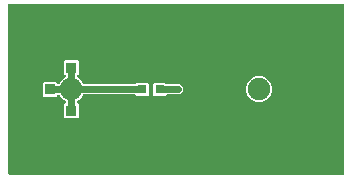
<source format=gbl>
G04 EAGLE Gerber RS-274X export*
G75*
%MOMM*%
%FSLAX34Y34*%
%LPD*%
%INBottom Copper*%
%IPPOS*%
%AMOC8*
5,1,8,0,0,1.08239X$1,22.5*%
G01*
%ADD10C,1.905000*%
%ADD11P,2.749271X8X202.500000*%
%ADD12P,2.749271X8X22.500000*%
%ADD13R,0.950000X0.950000*%
%ADD14R,0.800000X0.800000*%
%ADD15C,0.654000*%
%ADD16C,0.558800*%
%ADD17C,0.558800*%

G36*
X287548Y3814D02*
X287548Y3814D01*
X287567Y3812D01*
X287669Y3834D01*
X287771Y3850D01*
X287788Y3860D01*
X287808Y3864D01*
X287897Y3917D01*
X287988Y3966D01*
X288002Y3980D01*
X288019Y3990D01*
X288086Y4069D01*
X288158Y4144D01*
X288166Y4162D01*
X288179Y4177D01*
X288218Y4273D01*
X288261Y4367D01*
X288263Y4387D01*
X288271Y4405D01*
X288289Y4572D01*
X288289Y147828D01*
X288286Y147848D01*
X288288Y147867D01*
X288266Y147969D01*
X288250Y148071D01*
X288240Y148088D01*
X288236Y148108D01*
X288183Y148197D01*
X288134Y148288D01*
X288120Y148302D01*
X288110Y148319D01*
X288031Y148386D01*
X287956Y148458D01*
X287938Y148466D01*
X287923Y148479D01*
X287827Y148518D01*
X287733Y148561D01*
X287713Y148563D01*
X287695Y148571D01*
X287528Y148589D01*
X4572Y148589D01*
X4552Y148586D01*
X4533Y148588D01*
X4431Y148566D01*
X4329Y148550D01*
X4312Y148540D01*
X4292Y148536D01*
X4203Y148483D01*
X4112Y148434D01*
X4098Y148420D01*
X4081Y148410D01*
X4014Y148331D01*
X3942Y148256D01*
X3934Y148238D01*
X3921Y148223D01*
X3882Y148127D01*
X3839Y148033D01*
X3837Y148013D01*
X3829Y147995D01*
X3811Y147828D01*
X3811Y4572D01*
X3814Y4552D01*
X3812Y4533D01*
X3834Y4431D01*
X3850Y4329D01*
X3860Y4312D01*
X3864Y4292D01*
X3917Y4203D01*
X3966Y4112D01*
X3980Y4098D01*
X3990Y4081D01*
X4069Y4014D01*
X4144Y3942D01*
X4162Y3934D01*
X4177Y3921D01*
X4273Y3882D01*
X4367Y3839D01*
X4387Y3837D01*
X4405Y3829D01*
X4572Y3811D01*
X287528Y3811D01*
X287548Y3814D01*
G37*
%LPC*%
G36*
X51768Y51775D02*
X51768Y51775D01*
X50875Y52668D01*
X50875Y63432D01*
X51768Y64325D01*
X52070Y64325D01*
X52090Y64328D01*
X52109Y64326D01*
X52211Y64348D01*
X52313Y64364D01*
X52330Y64374D01*
X52350Y64378D01*
X52439Y64431D01*
X52530Y64480D01*
X52544Y64494D01*
X52561Y64504D01*
X52628Y64583D01*
X52700Y64658D01*
X52708Y64676D01*
X52721Y64691D01*
X52760Y64787D01*
X52803Y64881D01*
X52805Y64901D01*
X52813Y64919D01*
X52831Y65086D01*
X52831Y65520D01*
X52812Y65635D01*
X52795Y65751D01*
X52793Y65757D01*
X52792Y65763D01*
X52737Y65865D01*
X52684Y65970D01*
X52679Y65975D01*
X52676Y65980D01*
X52592Y66060D01*
X52508Y66143D01*
X52502Y66146D01*
X52498Y66150D01*
X52481Y66157D01*
X52361Y66223D01*
X50891Y66833D01*
X47783Y69941D01*
X47173Y71411D01*
X47111Y71511D01*
X47052Y71611D01*
X47047Y71615D01*
X47044Y71620D01*
X46953Y71695D01*
X46865Y71771D01*
X46859Y71773D01*
X46854Y71777D01*
X46746Y71819D01*
X46637Y71863D01*
X46629Y71864D01*
X46625Y71865D01*
X46606Y71866D01*
X46470Y71881D01*
X46036Y71881D01*
X46016Y71878D01*
X45997Y71880D01*
X45895Y71858D01*
X45793Y71842D01*
X45776Y71832D01*
X45756Y71828D01*
X45667Y71775D01*
X45576Y71726D01*
X45562Y71712D01*
X45545Y71702D01*
X45478Y71623D01*
X45406Y71548D01*
X45398Y71530D01*
X45385Y71515D01*
X45346Y71419D01*
X45303Y71325D01*
X45301Y71305D01*
X45293Y71287D01*
X45275Y71120D01*
X45275Y70818D01*
X44382Y69925D01*
X33618Y69925D01*
X32725Y70818D01*
X32725Y81582D01*
X33618Y82475D01*
X44382Y82475D01*
X45275Y81582D01*
X45275Y81280D01*
X45278Y81260D01*
X45276Y81241D01*
X45298Y81139D01*
X45314Y81037D01*
X45324Y81020D01*
X45328Y81000D01*
X45381Y80911D01*
X45430Y80820D01*
X45444Y80806D01*
X45454Y80789D01*
X45533Y80722D01*
X45608Y80650D01*
X45626Y80642D01*
X45641Y80629D01*
X45737Y80590D01*
X45831Y80547D01*
X45851Y80545D01*
X45869Y80537D01*
X46036Y80519D01*
X46470Y80519D01*
X46585Y80538D01*
X46701Y80555D01*
X46707Y80557D01*
X46713Y80558D01*
X46815Y80613D01*
X46920Y80666D01*
X46925Y80671D01*
X46930Y80674D01*
X47010Y80758D01*
X47093Y80842D01*
X47096Y80848D01*
X47100Y80852D01*
X47107Y80869D01*
X47173Y80989D01*
X47783Y82459D01*
X50891Y85567D01*
X52361Y86177D01*
X52461Y86239D01*
X52561Y86298D01*
X52565Y86303D01*
X52570Y86306D01*
X52645Y86397D01*
X52721Y86485D01*
X52723Y86491D01*
X52727Y86496D01*
X52769Y86604D01*
X52813Y86713D01*
X52814Y86721D01*
X52815Y86725D01*
X52816Y86744D01*
X52831Y86880D01*
X52831Y87314D01*
X52828Y87334D01*
X52830Y87353D01*
X52808Y87455D01*
X52792Y87557D01*
X52782Y87574D01*
X52778Y87594D01*
X52725Y87683D01*
X52676Y87774D01*
X52662Y87788D01*
X52652Y87805D01*
X52573Y87872D01*
X52498Y87944D01*
X52480Y87952D01*
X52465Y87965D01*
X52369Y88004D01*
X52275Y88047D01*
X52255Y88049D01*
X52237Y88057D01*
X52070Y88075D01*
X51768Y88075D01*
X50875Y88968D01*
X50875Y99732D01*
X51768Y100625D01*
X62532Y100625D01*
X63425Y99732D01*
X63425Y88968D01*
X62532Y88075D01*
X62230Y88075D01*
X62210Y88072D01*
X62191Y88074D01*
X62089Y88052D01*
X61987Y88036D01*
X61970Y88026D01*
X61950Y88022D01*
X61861Y87969D01*
X61770Y87920D01*
X61756Y87906D01*
X61739Y87896D01*
X61672Y87817D01*
X61600Y87742D01*
X61592Y87724D01*
X61579Y87709D01*
X61540Y87613D01*
X61497Y87519D01*
X61495Y87499D01*
X61487Y87481D01*
X61469Y87314D01*
X61469Y86880D01*
X61488Y86765D01*
X61505Y86649D01*
X61507Y86643D01*
X61508Y86637D01*
X61563Y86535D01*
X61616Y86430D01*
X61621Y86425D01*
X61624Y86420D01*
X61708Y86340D01*
X61792Y86257D01*
X61798Y86254D01*
X61802Y86250D01*
X61819Y86243D01*
X61939Y86177D01*
X63409Y85567D01*
X66517Y82459D01*
X67127Y80989D01*
X67189Y80889D01*
X67248Y80789D01*
X67253Y80785D01*
X67256Y80780D01*
X67347Y80705D01*
X67435Y80629D01*
X67441Y80627D01*
X67446Y80623D01*
X67554Y80581D01*
X67663Y80537D01*
X67671Y80536D01*
X67675Y80535D01*
X67694Y80534D01*
X67830Y80519D01*
X110807Y80519D01*
X110897Y80533D01*
X110988Y80541D01*
X111018Y80553D01*
X111050Y80558D01*
X111131Y80601D01*
X111214Y80637D01*
X111247Y80663D01*
X111267Y80674D01*
X111289Y80697D01*
X111345Y80742D01*
X112328Y81725D01*
X121592Y81725D01*
X122485Y80832D01*
X122485Y71568D01*
X121592Y70675D01*
X112328Y70675D01*
X111345Y71658D01*
X111271Y71711D01*
X111202Y71771D01*
X111172Y71783D01*
X111146Y71802D01*
X111059Y71829D01*
X110974Y71863D01*
X110933Y71867D01*
X110911Y71874D01*
X110878Y71873D01*
X110807Y71881D01*
X67830Y71881D01*
X67715Y71862D01*
X67599Y71845D01*
X67593Y71843D01*
X67587Y71842D01*
X67485Y71787D01*
X67380Y71734D01*
X67375Y71729D01*
X67370Y71726D01*
X67290Y71642D01*
X67207Y71558D01*
X67204Y71552D01*
X67200Y71548D01*
X67193Y71531D01*
X67127Y71411D01*
X66517Y69941D01*
X63409Y66833D01*
X61939Y66223D01*
X61839Y66161D01*
X61739Y66102D01*
X61735Y66097D01*
X61730Y66094D01*
X61655Y66003D01*
X61579Y65915D01*
X61577Y65909D01*
X61573Y65904D01*
X61531Y65796D01*
X61487Y65687D01*
X61486Y65679D01*
X61485Y65675D01*
X61484Y65656D01*
X61469Y65520D01*
X61469Y65086D01*
X61472Y65066D01*
X61470Y65047D01*
X61492Y64945D01*
X61508Y64843D01*
X61518Y64826D01*
X61522Y64806D01*
X61575Y64717D01*
X61624Y64626D01*
X61638Y64612D01*
X61648Y64595D01*
X61727Y64528D01*
X61802Y64456D01*
X61820Y64448D01*
X61835Y64435D01*
X61931Y64396D01*
X62025Y64353D01*
X62045Y64351D01*
X62063Y64343D01*
X62230Y64325D01*
X62532Y64325D01*
X63425Y63432D01*
X63425Y52668D01*
X62532Y51775D01*
X51768Y51775D01*
G37*
%LPD*%
%LPC*%
G36*
X213702Y65150D02*
X213702Y65150D01*
X209641Y66833D01*
X206533Y69941D01*
X204850Y74002D01*
X204850Y78398D01*
X206533Y82459D01*
X209641Y85567D01*
X213702Y87250D01*
X218098Y87250D01*
X222159Y85567D01*
X225267Y82459D01*
X226950Y78398D01*
X226950Y74002D01*
X225267Y69941D01*
X222159Y66833D01*
X218098Y65150D01*
X213702Y65150D01*
G37*
%LPD*%
%LPC*%
G36*
X127328Y70675D02*
X127328Y70675D01*
X126435Y71568D01*
X126435Y80832D01*
X127328Y81725D01*
X136592Y81725D01*
X137575Y80742D01*
X137649Y80689D01*
X137718Y80629D01*
X137748Y80617D01*
X137774Y80598D01*
X137861Y80571D01*
X137946Y80537D01*
X137987Y80533D01*
X138009Y80526D01*
X138042Y80527D01*
X138113Y80519D01*
X149109Y80519D01*
X151639Y77989D01*
X151639Y74411D01*
X149109Y71881D01*
X138113Y71881D01*
X138023Y71867D01*
X137932Y71859D01*
X137902Y71847D01*
X137870Y71842D01*
X137789Y71799D01*
X137706Y71763D01*
X137673Y71737D01*
X137653Y71726D01*
X137631Y71703D01*
X137575Y71658D01*
X136592Y70675D01*
X127328Y70675D01*
G37*
%LPD*%
D10*
X57150Y76200D03*
D11*
X82550Y50800D03*
X82550Y101600D03*
X31750Y101600D03*
X31750Y50800D03*
D10*
X215900Y76200D03*
D12*
X185900Y106200D03*
X245900Y106200D03*
X245900Y46200D03*
X185900Y46200D03*
D13*
X57150Y94350D03*
X57150Y108850D03*
X39000Y76200D03*
X24500Y76200D03*
X57150Y58050D03*
X57150Y43550D03*
D14*
X131960Y76200D03*
X116960Y76200D03*
D15*
X101600Y88900D03*
X101600Y63500D03*
X152400Y88900D03*
X152400Y63500D03*
X177800Y88900D03*
X177800Y63500D03*
X57150Y119380D03*
X68873Y112461D03*
X68978Y40318D03*
X57260Y33365D03*
X45537Y40284D03*
X21151Y64600D03*
X14197Y76317D03*
X21117Y88040D03*
X45432Y112427D03*
X19050Y12700D03*
X44450Y12700D03*
X69850Y12700D03*
X95250Y12700D03*
X146050Y12700D03*
X171450Y12700D03*
X196850Y12700D03*
X222250Y12700D03*
X247650Y12700D03*
X273050Y12700D03*
X19050Y139700D03*
X44450Y139700D03*
X69850Y139700D03*
X95250Y139700D03*
X146050Y139700D03*
X171450Y139700D03*
X196850Y139700D03*
X222250Y139700D03*
X247650Y139700D03*
X273050Y139700D03*
X19050Y114300D03*
X19050Y38100D03*
X273050Y114300D03*
X273050Y38100D03*
X273050Y63500D03*
X273050Y88900D03*
X127000Y88900D03*
X127000Y63500D03*
X215900Y114300D03*
X227674Y112460D03*
X252180Y88056D03*
X254068Y76290D03*
X252229Y64516D03*
X227825Y40010D03*
X216058Y38122D03*
X204284Y39961D03*
X204134Y112411D03*
X120650Y139700D03*
X120650Y12700D03*
D16*
X57150Y76200D02*
X57150Y94350D01*
X57150Y76200D02*
X39000Y76200D01*
X57150Y76200D02*
X57150Y58050D01*
X57150Y76200D02*
X107950Y76200D01*
X116960Y76200D01*
D17*
X107950Y76200D03*
X101600Y76200D03*
D16*
X131960Y76200D02*
X140970Y76200D01*
D17*
X140970Y76200D03*
X147320Y76200D03*
D16*
X140970Y76200D01*
M02*

</source>
